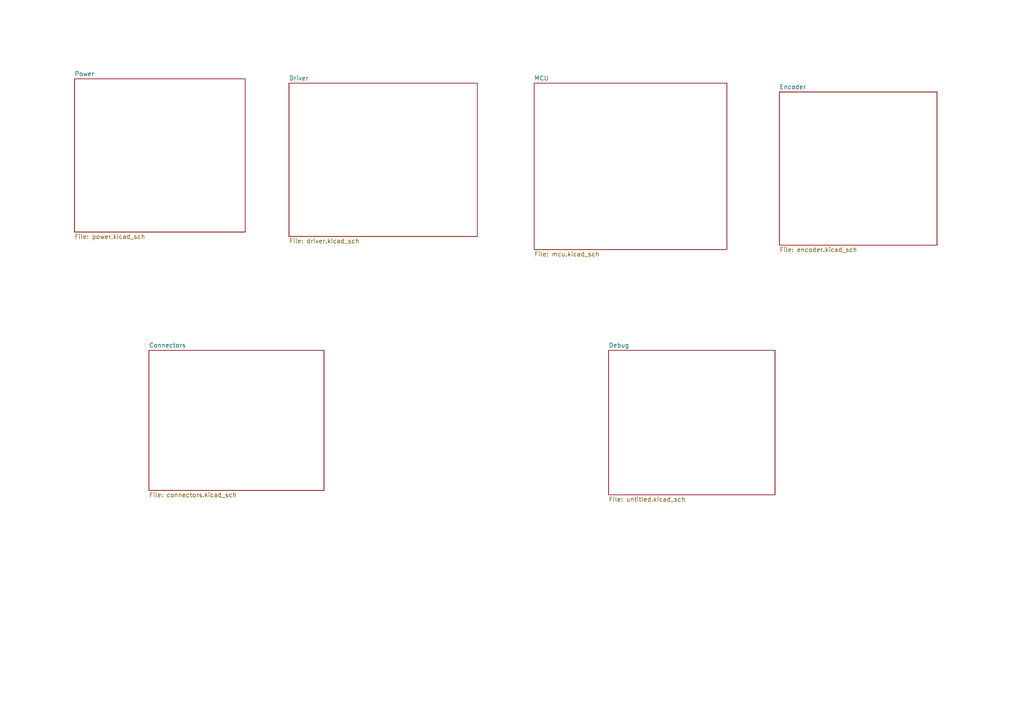
<source format=kicad_sch>
(kicad_sch
	(version 20250114)
	(generator "eeschema")
	(generator_version "9.0")
	(uuid "34add074-477f-4875-915d-3320ca70c4f4")
	(paper "A4")
	(title_block
		(title "JDv1")
		(date "2025-07-21")
		(rev "JUL2025")
		(comment 4 "Author: Joseph Evans")
	)
	(lib_symbols)
	(sheet
		(at 226.06 26.67)
		(size 45.72 44.45)
		(exclude_from_sim no)
		(in_bom yes)
		(on_board yes)
		(dnp no)
		(fields_autoplaced yes)
		(stroke
			(width 0.1524)
			(type solid)
		)
		(fill
			(color 0 0 0 0.0000)
		)
		(uuid "2ea2eec3-d274-476f-a7aa-92dcd9d59006")
		(property "Sheetname" "Encoder"
			(at 226.06 25.9584 0)
			(effects
				(font
					(size 1.27 1.27)
				)
				(justify left bottom)
			)
		)
		(property "Sheetfile" "encoder.kicad_sch"
			(at 226.06 71.7046 0)
			(effects
				(font
					(size 1.27 1.27)
				)
				(justify left top)
			)
		)
		(instances
			(project "JDv1"
				(path "/34add074-477f-4875-915d-3320ca70c4f4"
					(page "5")
				)
			)
		)
	)
	(sheet
		(at 21.59 22.86)
		(size 49.53 44.45)
		(exclude_from_sim no)
		(in_bom yes)
		(on_board yes)
		(dnp no)
		(fields_autoplaced yes)
		(stroke
			(width 0.1524)
			(type solid)
		)
		(fill
			(color 0 0 0 0.0000)
		)
		(uuid "4cc50b06-85ba-4862-ada4-8b216001fcab")
		(property "Sheetname" "Power"
			(at 21.59 22.1484 0)
			(effects
				(font
					(size 1.27 1.27)
				)
				(justify left bottom)
			)
		)
		(property "Sheetfile" "power.kicad_sch"
			(at 21.59 67.8946 0)
			(effects
				(font
					(size 1.27 1.27)
				)
				(justify left top)
			)
		)
		(instances
			(project "JDv1"
				(path "/34add074-477f-4875-915d-3320ca70c4f4"
					(page "2")
				)
			)
		)
	)
	(sheet
		(at 83.82 24.13)
		(size 54.61 44.45)
		(exclude_from_sim no)
		(in_bom yes)
		(on_board yes)
		(dnp no)
		(fields_autoplaced yes)
		(stroke
			(width 0.1524)
			(type solid)
		)
		(fill
			(color 0 0 0 0.0000)
		)
		(uuid "99cc1ace-a3d0-4c8e-ae28-91c04f5cfd08")
		(property "Sheetname" "Driver"
			(at 83.82 23.4184 0)
			(effects
				(font
					(size 1.27 1.27)
				)
				(justify left bottom)
			)
		)
		(property "Sheetfile" "driver.kicad_sch"
			(at 83.82 69.1646 0)
			(effects
				(font
					(size 1.27 1.27)
				)
				(justify left top)
			)
		)
		(instances
			(project "JDv1"
				(path "/34add074-477f-4875-915d-3320ca70c4f4"
					(page "3")
				)
			)
		)
	)
	(sheet
		(at 154.94 24.13)
		(size 55.88 48.26)
		(exclude_from_sim no)
		(in_bom yes)
		(on_board yes)
		(dnp no)
		(fields_autoplaced yes)
		(stroke
			(width 0.1524)
			(type solid)
		)
		(fill
			(color 0 0 0 0.0000)
		)
		(uuid "bb51cda9-e9ef-4f70-adf0-56bd84969999")
		(property "Sheetname" "MCU"
			(at 154.94 23.4184 0)
			(effects
				(font
					(size 1.27 1.27)
				)
				(justify left bottom)
			)
		)
		(property "Sheetfile" "mcu.kicad_sch"
			(at 154.94 72.9746 0)
			(effects
				(font
					(size 1.27 1.27)
				)
				(justify left top)
			)
		)
		(instances
			(project "JDv1"
				(path "/34add074-477f-4875-915d-3320ca70c4f4"
					(page "4")
				)
			)
		)
	)
	(sheet
		(at 43.18 101.6)
		(size 50.8 40.64)
		(exclude_from_sim no)
		(in_bom yes)
		(on_board yes)
		(dnp no)
		(fields_autoplaced yes)
		(stroke
			(width 0.1524)
			(type solid)
		)
		(fill
			(color 0 0 0 0.0000)
		)
		(uuid "c627d25b-b8e1-4cc9-a499-77447d9468f7")
		(property "Sheetname" "Connectors"
			(at 43.18 100.8884 0)
			(effects
				(font
					(size 1.27 1.27)
				)
				(justify left bottom)
			)
		)
		(property "Sheetfile" "connectors.kicad_sch"
			(at 43.18 142.8246 0)
			(effects
				(font
					(size 1.27 1.27)
				)
				(justify left top)
			)
		)
		(instances
			(project "JDv1"
				(path "/34add074-477f-4875-915d-3320ca70c4f4"
					(page "6")
				)
			)
		)
	)
	(sheet
		(at 176.53 101.6)
		(size 48.26 41.91)
		(exclude_from_sim no)
		(in_bom yes)
		(on_board yes)
		(dnp no)
		(fields_autoplaced yes)
		(stroke
			(width 0.1524)
			(type solid)
		)
		(fill
			(color 0 0 0 0.0000)
		)
		(uuid "f2dc33c3-9e22-4258-9002-9784d5396fb9")
		(property "Sheetname" "Debug"
			(at 176.53 100.8884 0)
			(effects
				(font
					(size 1.27 1.27)
				)
				(justify left bottom)
			)
		)
		(property "Sheetfile" "untitled.kicad_sch"
			(at 176.53 144.0946 0)
			(effects
				(font
					(size 1.27 1.27)
				)
				(justify left top)
			)
		)
		(instances
			(project "JDv1"
				(path "/34add074-477f-4875-915d-3320ca70c4f4"
					(page "7")
				)
			)
		)
	)
	(sheet_instances
		(path "/"
			(page "1")
		)
	)
	(embedded_fonts no)
)

</source>
